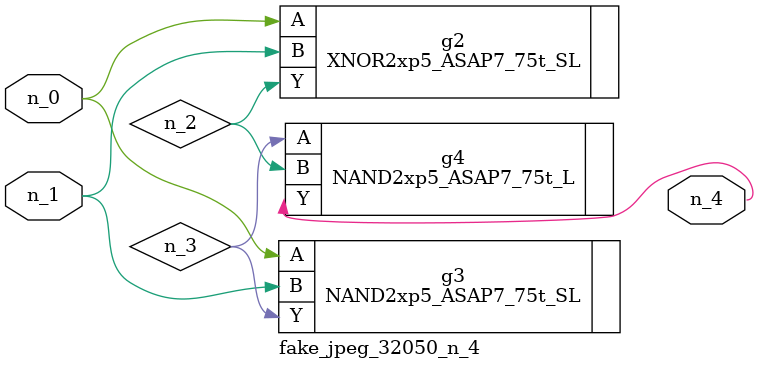
<source format=v>
module fake_jpeg_32050_n_4 (n_0, n_1, n_4);

input n_0;
input n_1;

output n_4;

wire n_3;
wire n_2;

XNOR2xp5_ASAP7_75t_SL g2 ( 
.A(n_0),
.B(n_1),
.Y(n_2)
);

NAND2xp5_ASAP7_75t_SL g3 ( 
.A(n_0),
.B(n_1),
.Y(n_3)
);

NAND2xp5_ASAP7_75t_L g4 ( 
.A(n_3),
.B(n_2),
.Y(n_4)
);


endmodule
</source>
